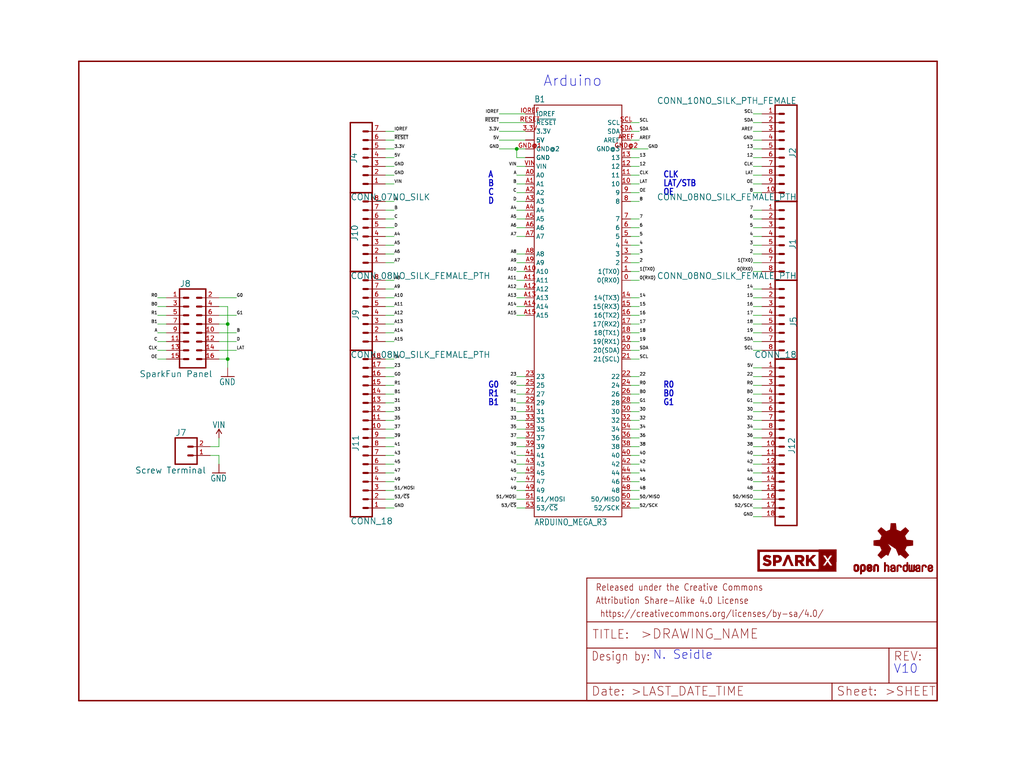
<source format=kicad_sch>
(kicad_sch (version 20211123) (generator eeschema)
  (paper "User" 297.002 223.926)
  (lib_symbols
    (symbol "eagleSchem-eagle-import:ARDUINO_MEGA_R3FULL"
      (property "Reference" "B" (at -12.7 56.642 0))
      (property "Value" "ARDUINO_MEGA_R3FULL" (at -12.7 -66.04 0))
      (symbol "ARDUINO_MEGA_R3FULL_1_0"
        (pin bidirectional line (at 15.24 5.08 180) (length 2.54) (name "0(RX0)") (number "0"))
        (pin bidirectional line (at 15.24 7.62 180) (length 2.54) (name "1(TX0)") (number "1"))
        (pin bidirectional line (at 15.24 33.02 180) (length 2.54) (name "10") (number "10"))
        (pin bidirectional line (at 15.24 35.56 180) (length 2.54) (name "11") (number "11"))
        (pin bidirectional line (at 15.24 38.1 180) (length 2.54) (name "12") (number "12"))
        (pin bidirectional line (at 15.24 40.64 180) (length 2.54) (name "13") (number "13"))
        (pin bidirectional line (at 15.24 0 180) (length 2.54) (name "14(TX3)") (number "14"))
        (pin bidirectional line (at 15.24 -2.54 180) (length 2.54) (name "15(RX3)") (number "15"))
        (pin bidirectional line (at 15.24 -5.08 180) (length 2.54) (name "16(TX2)") (number "16"))
        (pin bidirectional line (at 15.24 -7.62 180) (length 2.54) (name "17(RX2)") (number "17"))
        (pin bidirectional line (at 15.24 -10.16 180) (length 2.54) (name "18(TX1)") (number "18"))
        (pin bidirectional line (at 15.24 -12.7 180) (length 2.54) (name "19(RX1)") (number "19"))
        (pin bidirectional line (at 15.24 10.16 180) (length 2.54) (name "2") (number "2"))
        (pin bidirectional line (at 15.24 -15.24 180) (length 2.54) (name "20(SDA)") (number "20"))
        (pin bidirectional line (at 15.24 -17.78 180) (length 2.54) (name "21(SCL)") (number "21"))
        (pin bidirectional line (at 15.24 -22.86 180) (length 2.54) (name "22") (number "22"))
        (pin bidirectional line (at -15.24 -22.86 0) (length 2.54) (name "23") (number "23"))
        (pin bidirectional line (at 15.24 -25.4 180) (length 2.54) (name "24") (number "24"))
        (pin bidirectional line (at -15.24 -25.4 0) (length 2.54) (name "25") (number "25"))
        (pin bidirectional line (at 15.24 -27.94 180) (length 2.54) (name "26") (number "26"))
        (pin bidirectional line (at -15.24 -27.94 0) (length 2.54) (name "27") (number "27"))
        (pin bidirectional line (at 15.24 -30.48 180) (length 2.54) (name "28") (number "28"))
        (pin bidirectional line (at -15.24 -30.48 0) (length 2.54) (name "29") (number "29"))
        (pin bidirectional line (at 15.24 12.7 180) (length 2.54) (name "3") (number "3"))
        (pin bidirectional line (at -15.24 48.26 0) (length 2.54) (name "3.3V") (number "3.3V"))
        (pin bidirectional line (at 15.24 -33.02 180) (length 2.54) (name "30") (number "30"))
        (pin bidirectional line (at -15.24 -33.02 0) (length 2.54) (name "31") (number "31"))
        (pin bidirectional line (at 15.24 -35.56 180) (length 2.54) (name "32") (number "32"))
        (pin bidirectional line (at -15.24 -35.56 0) (length 2.54) (name "33") (number "33"))
        (pin bidirectional line (at 15.24 -38.1 180) (length 2.54) (name "34") (number "34"))
        (pin bidirectional line (at -15.24 -38.1 0) (length 2.54) (name "35") (number "35"))
        (pin bidirectional line (at 15.24 -40.64 180) (length 2.54) (name "36") (number "36"))
        (pin bidirectional line (at -15.24 -40.64 0) (length 2.54) (name "37") (number "37"))
        (pin bidirectional line (at 15.24 -43.18 180) (length 2.54) (name "38") (number "38"))
        (pin bidirectional line (at -15.24 -43.18 0) (length 2.54) (name "39") (number "39"))
        (pin bidirectional line (at 15.24 15.24 180) (length 2.54) (name "4") (number "4"))
        (pin bidirectional line (at 15.24 -45.72 180) (length 2.54) (name "40") (number "40"))
        (pin bidirectional line (at -15.24 -45.72 0) (length 2.54) (name "41") (number "41"))
        (pin bidirectional line (at 15.24 -48.26 180) (length 2.54) (name "42") (number "42"))
        (pin bidirectional line (at -15.24 -48.26 0) (length 2.54) (name "43") (number "43"))
        (pin bidirectional line (at 15.24 -50.8 180) (length 2.54) (name "44") (number "44"))
        (pin bidirectional line (at -15.24 -50.8 0) (length 2.54) (name "45") (number "45"))
        (pin bidirectional line (at 15.24 -53.34 180) (length 2.54) (name "46") (number "46"))
        (pin bidirectional line (at -15.24 -53.34 0) (length 2.54) (name "47") (number "47"))
        (pin bidirectional line (at 15.24 -55.88 180) (length 2.54) (name "48") (number "48"))
        (pin bidirectional line (at -15.24 -55.88 0) (length 2.54) (name "49") (number "49"))
        (pin bidirectional line (at 15.24 17.78 180) (length 2.54) (name "5") (number "5"))
        (pin bidirectional line (at 15.24 -58.42 180) (length 2.54) (name "50/MISO") (number "50"))
        (pin bidirectional line (at -15.24 -58.42 0) (length 2.54) (name "51/MOSI") (number "51"))
        (pin bidirectional line (at 15.24 -60.96 180) (length 2.54) (name "52/SCK") (number "52"))
        (pin bidirectional line (at -15.24 -60.96 0) (length 2.54) (name "53/~{CS}") (number "53"))
        (pin bidirectional line (at -15.24 45.72 0) (length 2.54) (name "5V") (number "5V"))
        (pin bidirectional line (at -15.24 45.72 0) (length 2.54) (name "5V") (number "5V@1"))
        (pin bidirectional line (at -15.24 45.72 0) (length 2.54) (name "5V") (number "5V@2"))
        (pin bidirectional line (at 15.24 20.32 180) (length 2.54) (name "6") (number "6"))
        (pin bidirectional line (at 15.24 22.86 180) (length 2.54) (name "7") (number "7"))
        (pin bidirectional line (at 15.24 27.94 180) (length 2.54) (name "8") (number "8"))
        (pin bidirectional line (at 15.24 30.48 180) (length 2.54) (name "9") (number "9"))
        (pin bidirectional line (at -15.24 35.56 0) (length 2.54) (name "A0") (number "A0"))
        (pin bidirectional line (at -15.24 33.02 0) (length 2.54) (name "A1") (number "A1"))
        (pin bidirectional line (at -15.24 7.62 0) (length 2.54) (name "A10") (number "A10"))
        (pin bidirectional line (at -15.24 5.08 0) (length 2.54) (name "A11") (number "A11"))
        (pin bidirectional line (at -15.24 2.54 0) (length 2.54) (name "A12") (number "A12"))
        (pin bidirectional line (at -15.24 0 0) (length 2.54) (name "A13") (number "A13"))
        (pin bidirectional line (at -15.24 -2.54 0) (length 2.54) (name "A14") (number "A14"))
        (pin bidirectional line (at -15.24 -5.08 0) (length 2.54) (name "A15") (number "A15"))
        (pin bidirectional line (at -15.24 30.48 0) (length 2.54) (name "A2") (number "A2"))
        (pin bidirectional line (at -15.24 27.94 0) (length 2.54) (name "A3") (number "A3"))
        (pin bidirectional line (at -15.24 25.4 0) (length 2.54) (name "A4") (number "A4"))
        (pin bidirectional line (at -15.24 22.86 0) (length 2.54) (name "A5") (number "A5"))
        (pin bidirectional line (at -15.24 20.32 0) (length 2.54) (name "A6") (number "A6"))
        (pin bidirectional line (at -15.24 17.78 0) (length 2.54) (name "A7") (number "A7"))
        (pin bidirectional line (at -15.24 12.7 0) (length 2.54) (name "A8") (number "A8"))
        (pin bidirectional line (at -15.24 10.16 0) (length 2.54) (name "A9") (number "A9"))
        (pin bidirectional line (at 15.24 45.72 180) (length 2.54) (name "AREF") (number "AREF"))
        (pin bidirectional line (at -15.24 40.64 0) (length 2.54) (name "GND") (number "GND"))
        (pin bidirectional line (at -15.24 43.18 0) (length 2.54) (name "GND@2") (number "GND@1"))
        (pin bidirectional line (at 15.24 43.18 180) (length 2.54) (name "GND@3") (number "GND@2"))
        (pin bidirectional line (at -15.24 40.64 0) (length 2.54) (name "GND") (number "GND@3"))
        (pin bidirectional line (at -15.24 40.64 0) (length 2.54) (name "GND") (number "GND@4"))
        (pin bidirectional line (at -15.24 53.34 0) (length 2.54) (name "IOREF") (number "IOREF"))
        (pin bidirectional line (at -15.24 50.8 0) (length 2.54) (name "~{RESET}") (number "RESET"))
        (pin bidirectional line (at 15.24 50.8 180) (length 2.54) (name "SCL") (number "SCL"))
        (pin bidirectional line (at 15.24 48.26 180) (length 2.54) (name "SDA") (number "SDA"))
        (pin bidirectional line (at -15.24 38.1 0) (length 2.54) (name "VIN") (number "VIN"))
      )
    )
    (symbol "eagleSchem-eagle-import:CONN_025MM"
      (property "Reference" "J" (at -2.54 5.588 0))
      (property "Value" "CONN_025MM" (at -2.54 -4.826 0))
      (symbol "CONN_025MM_1_0"
        (pin passive line (at 7.62 0 180) (length 5.08) (name "1") (number "1"))
        (pin passive line (at 7.62 2.54 180) (length 5.08) (name "2") (number "2"))
      )
    )
    (symbol "eagleSchem-eagle-import:CONN_07NO_SILK"
      (property "Reference" "J" (at -5.08 13.208 0))
      (property "Value" "CONN_07NO_SILK" (at -5.08 -9.906 0))
      (symbol "CONN_07NO_SILK_1_0"
        (pin passive line (at 5.08 -5.08 180) (length 5.08) (name "1") (number "1"))
        (pin passive line (at 5.08 -2.54 180) (length 5.08) (name "2") (number "2"))
        (pin passive line (at 5.08 0 180) (length 5.08) (name "3") (number "3"))
        (pin passive line (at 5.08 2.54 180) (length 5.08) (name "4") (number "4"))
        (pin passive line (at 5.08 5.08 180) (length 5.08) (name "5") (number "5"))
        (pin passive line (at 5.08 7.62 180) (length 5.08) (name "6") (number "6"))
        (pin passive line (at 5.08 10.16 180) (length 5.08) (name "7") (number "7"))
      )
    )
    (symbol "eagleSchem-eagle-import:CONN_08NO_SILK_FEMALE_PTH"
      (property "Reference" "J" (at -5.08 13.208 0))
      (property "Value" "CONN_08NO_SILK_FEMALE_PTH" (at -5.08 -12.446 0))
      (symbol "CONN_08NO_SILK_FEMALE_PTH_1_0"
        (pin passive line (at 5.08 -7.62 180) (length 5.08) (name "1") (number "1"))
        (pin passive line (at 5.08 -5.08 180) (length 5.08) (name "2") (number "2"))
        (pin passive line (at 5.08 -2.54 180) (length 5.08) (name "3") (number "3"))
        (pin passive line (at 5.08 0 180) (length 5.08) (name "4") (number "4"))
        (pin passive line (at 5.08 2.54 180) (length 5.08) (name "5") (number "5"))
        (pin passive line (at 5.08 5.08 180) (length 5.08) (name "6") (number "6"))
        (pin passive line (at 5.08 7.62 180) (length 5.08) (name "7") (number "7"))
        (pin passive line (at 5.08 10.16 180) (length 5.08) (name "8") (number "8"))
      )
    )
    (symbol "eagleSchem-eagle-import:CONN_08X2_SHROUD"
      (property "Reference" "J" (at -3.81 13.208 0))
      (property "Value" "CONN_08X2_SHROUD" (at -3.81 -12.446 0))
      (symbol "CONN_08X2_SHROUD_1_0"
        (pin passive line (at -7.62 10.16 0) (length 5.08) (name "1") (number "1"))
        (pin passive line (at 7.62 0 180) (length 5.08) (name "10") (number "10"))
        (pin passive line (at -7.62 -2.54 0) (length 5.08) (name "11") (number "11"))
        (pin passive line (at 7.62 -2.54 180) (length 5.08) (name "12") (number "12"))
        (pin passive line (at -7.62 -5.08 0) (length 5.08) (name "13") (number "13"))
        (pin passive line (at 7.62 -5.08 180) (length 5.08) (name "14") (number "14"))
        (pin passive line (at -7.62 -7.62 0) (length 5.08) (name "15") (number "15"))
        (pin passive line (at 7.62 -7.62 180) (length 5.08) (name "16") (number "16"))
        (pin passive line (at 7.62 10.16 180) (length 5.08) (name "2") (number "2"))
        (pin passive line (at -7.62 7.62 0) (length 5.08) (name "3") (number "3"))
        (pin passive line (at 7.62 7.62 180) (length 5.08) (name "4") (number "4"))
        (pin passive line (at -7.62 5.08 0) (length 5.08) (name "5") (number "5"))
        (pin passive line (at 7.62 5.08 180) (length 5.08) (name "6") (number "6"))
        (pin passive line (at -7.62 2.54 0) (length 5.08) (name "7") (number "7"))
        (pin passive line (at 7.62 2.54 180) (length 5.08) (name "8") (number "8"))
        (pin passive line (at -7.62 0 0) (length 5.08) (name "9") (number "9"))
      )
    )
    (symbol "eagleSchem-eagle-import:CONN_10NO_SILK_PTH_FEMALE"
      (property "Reference" "J" (at 0 8.128 0))
      (property "Value" "CONN_10NO_SILK_PTH_FEMALE" (at 0 -22.606 0))
      (symbol "CONN_10NO_SILK_PTH_FEMALE_1_0"
        (pin passive line (at 10.16 -17.78 180) (length 5.08) (name "1") (number "1"))
        (pin passive line (at 10.16 5.08 180) (length 5.08) (name "10") (number "10"))
        (pin passive line (at 10.16 -15.24 180) (length 5.08) (name "2") (number "2"))
        (pin passive line (at 10.16 -12.7 180) (length 5.08) (name "3") (number "3"))
        (pin passive line (at 10.16 -10.16 180) (length 5.08) (name "4") (number "4"))
        (pin passive line (at 10.16 -7.62 180) (length 5.08) (name "5") (number "5"))
        (pin passive line (at 10.16 -5.08 180) (length 5.08) (name "6") (number "6"))
        (pin passive line (at 10.16 -2.54 180) (length 5.08) (name "7") (number "7"))
        (pin passive line (at 10.16 0 180) (length 5.08) (name "8") (number "8"))
        (pin passive line (at 10.16 2.54 180) (length 5.08) (name "9") (number "9"))
      )
    )
    (symbol "eagleSchem-eagle-import:CONN_18"
      (property "Reference" "J" (at -2.54 23.368 0))
      (property "Value" "CONN_18" (at -2.54 -27.686 0))
      (symbol "CONN_18_1_0"
        (pin passive line (at 7.62 -22.86 180) (length 5.08) (name "1") (number "1"))
        (pin passive line (at 7.62 0 180) (length 5.08) (name "10") (number "10"))
        (pin passive line (at 7.62 2.54 180) (length 5.08) (name "11") (number "11"))
        (pin passive line (at 7.62 5.08 180) (length 5.08) (name "12") (number "12"))
        (pin passive line (at 7.62 7.62 180) (length 5.08) (name "13") (number "13"))
        (pin passive line (at 7.62 10.16 180) (length 5.08) (name "14") (number "14"))
        (pin passive line (at 7.62 12.7 180) (length 5.08) (name "15") (number "15"))
        (pin passive line (at 7.62 15.24 180) (length 5.08) (name "16") (number "16"))
        (pin passive line (at 7.62 17.78 180) (length 5.08) (name "17") (number "17"))
        (pin passive line (at 7.62 20.32 180) (length 5.08) (name "18") (number "18"))
        (pin passive line (at 7.62 -20.32 180) (length 5.08) (name "2") (number "2"))
        (pin passive line (at 7.62 -17.78 180) (length 5.08) (name "3") (number "3"))
        (pin passive line (at 7.62 -15.24 180) (length 5.08) (name "4") (number "4"))
        (pin passive line (at 7.62 -12.7 180) (length 5.08) (name "5") (number "5"))
        (pin passive line (at 7.62 -10.16 180) (length 5.08) (name "6") (number "6"))
        (pin passive line (at 7.62 -7.62 180) (length 5.08) (name "7") (number "7"))
        (pin passive line (at 7.62 -5.08 180) (length 5.08) (name "8") (number "8"))
        (pin passive line (at 7.62 -2.54 180) (length 5.08) (name "9") (number "9"))
      )
    )
    (symbol "eagleSchem-eagle-import:FRAME-LETTER"
      (symbol "FRAME-LETTER_2_0"
        (text " https://creativecommons.org/licenses/by-sa/4.0/" (at 2.54 24.13 0) (effects (font (size 1.9304 1.6408)) (justify left bottom)))
        (text ">DRAWING_NAME" (at 15.494 17.78 0) (effects (font (size 2.7432 2.7432)) (justify left bottom)))
        (text ">LAST_DATE_TIME" (at 12.7 1.27 0) (effects (font (size 2.54 2.54)) (justify left bottom)))
        (text ">SHEET" (at 86.36 1.27 0) (effects (font (size 2.54 2.54)) (justify left bottom)))
        (text "Attribution Share-Alike 4.0 License" (at 2.54 27.94 0) (effects (font (size 1.9304 1.6408)) (justify left bottom)))
        (text "Date:" (at 1.27 1.27 0) (effects (font (size 2.54 2.54)) (justify left bottom)))
        (text "Design by:" (at 1.27 11.43 0) (effects (font (size 2.54 2.159)) (justify left bottom)))
        (text "Released under the Creative Commons" (at 2.54 31.75 0) (effects (font (size 1.9304 1.6408)) (justify left bottom)))
        (text "REV:" (at 88.9 11.43 0) (effects (font (size 2.54 2.54)) (justify left bottom)))
        (text "Sheet:" (at 72.39 1.27 0) (effects (font (size 2.54 2.54)) (justify left bottom)))
        (text "TITLE:" (at 1.524 17.78 0) (effects (font (size 2.54 2.54)) (justify left bottom)))
      )
    )
    (symbol "eagleSchem-eagle-import:GND" (power)
      (property "Value" "GND" (at -2.54 -2.54 0))
      (symbol "GND_1_0"
        (pin power_in line (at 0 2.54 270) (length 2.54) (name "GND") (number "1"))
      )
    )
    (symbol "eagleSchem-eagle-import:OSHW-LOGOMINI")
    (symbol "eagleSchem-eagle-import:SPARKX-LOGO4")
    (symbol "eagleSchem-eagle-import:VIN" (power)
      (property "Value" "VIN" (at 0 2.794 0))
      (symbol "VIN_1_0"
        (pin power_in line (at 0 0 90) (length 2.54) (name "VIN") (number "1"))
      )
    )
  )
  (junction (at 66.04 93.98))
  (junction (at 149.86 43.18))
  (junction (at 66.04 104.14))
  (wire (pts (xy 152.4 43.18) (xy 149.86 43.18)))
  (wire (pts (xy 111.76 73.66) (xy 114.3 73.66)))
  (wire (pts (xy 152.4 50.8) (xy 149.86 50.8)))
  (wire (pts (xy 220.98 91.44) (xy 218.44 91.44)))
  (wire (pts (xy 111.76 68.58) (xy 114.3 68.58)))
  (wire (pts (xy 182.88 38.1) (xy 185.42 38.1)))
  (wire (pts (xy 220.98 35.56) (xy 218.44 35.56)))
  (wire (pts (xy 111.76 104.14) (xy 114.3 104.14)))
  (wire (pts (xy 152.4 142.24) (xy 149.86 142.24)))
  (wire (pts (xy 182.88 45.72) (xy 185.42 45.72)))
  (wire (pts (xy 111.76 48.26) (xy 114.3 48.26)))
  (wire (pts (xy 182.88 144.78) (xy 185.42 144.78)))
  (wire (pts (xy 63.5 104.14) (xy 66.04 104.14)))
  (wire (pts (xy 63.5 93.98) (xy 66.04 93.98)))
  (wire (pts (xy 182.88 55.88) (xy 185.42 55.88)))
  (wire (pts (xy 182.88 48.26) (xy 185.42 48.26)))
  (wire (pts (xy 152.4 55.88) (xy 149.86 55.88)))
  (wire (pts (xy 182.88 78.74) (xy 185.42 78.74)))
  (wire (pts (xy 111.76 127) (xy 114.3 127)))
  (wire (pts (xy 152.4 48.26) (xy 149.86 48.26)))
  (wire (pts (xy 220.98 147.32) (xy 218.44 147.32)))
  (wire (pts (xy 182.88 114.3) (xy 185.42 114.3)))
  (wire (pts (xy 111.76 134.62) (xy 114.3 134.62)))
  (wire (pts (xy 220.98 88.9) (xy 218.44 88.9)))
  (wire (pts (xy 111.76 43.18) (xy 114.3 43.18)))
  (wire (pts (xy 111.76 91.44) (xy 114.3 91.44)))
  (wire (pts (xy 152.4 83.82) (xy 149.86 83.82)))
  (wire (pts (xy 111.76 88.9) (xy 114.3 88.9)))
  (wire (pts (xy 182.88 127) (xy 185.42 127)))
  (wire (pts (xy 220.98 76.2) (xy 218.44 76.2)))
  (wire (pts (xy 220.98 109.22) (xy 218.44 109.22)))
  (wire (pts (xy 152.4 109.22) (xy 149.86 109.22)))
  (wire (pts (xy 111.76 86.36) (xy 114.3 86.36)))
  (wire (pts (xy 220.98 68.58) (xy 218.44 68.58)))
  (wire (pts (xy 63.5 96.52) (xy 68.58 96.52)))
  (wire (pts (xy 111.76 45.72) (xy 114.3 45.72)))
  (wire (pts (xy 111.76 121.92) (xy 114.3 121.92)))
  (wire (pts (xy 48.26 99.06) (xy 45.72 99.06)))
  (wire (pts (xy 152.4 127) (xy 149.86 127)))
  (wire (pts (xy 63.5 88.9) (xy 66.04 88.9)))
  (wire (pts (xy 182.88 119.38) (xy 185.42 119.38)))
  (wire (pts (xy 182.88 99.06) (xy 185.42 99.06)))
  (wire (pts (xy 182.88 58.42) (xy 185.42 58.42)))
  (wire (pts (xy 220.98 83.82) (xy 218.44 83.82)))
  (wire (pts (xy 220.98 119.38) (xy 218.44 119.38)))
  (wire (pts (xy 111.76 63.5) (xy 114.3 63.5)))
  (wire (pts (xy 220.98 48.26) (xy 218.44 48.26)))
  (wire (pts (xy 111.76 144.78) (xy 114.3 144.78)))
  (wire (pts (xy 63.5 101.6) (xy 68.58 101.6)))
  (wire (pts (xy 182.88 73.66) (xy 185.42 73.66)))
  (wire (pts (xy 220.98 111.76) (xy 218.44 111.76)))
  (wire (pts (xy 182.88 66.04) (xy 185.42 66.04)))
  (wire (pts (xy 111.76 124.46) (xy 114.3 124.46)))
  (wire (pts (xy 111.76 137.16) (xy 114.3 137.16)))
  (wire (pts (xy 152.4 116.84) (xy 149.86 116.84)))
  (wire (pts (xy 48.26 86.36) (xy 45.72 86.36)))
  (wire (pts (xy 48.26 93.98) (xy 45.72 93.98)))
  (wire (pts (xy 111.76 53.34) (xy 114.3 53.34)))
  (wire (pts (xy 182.88 63.5) (xy 185.42 63.5)))
  (wire (pts (xy 63.5 86.36) (xy 68.58 86.36)))
  (wire (pts (xy 220.98 55.88) (xy 218.44 55.88)))
  (wire (pts (xy 111.76 83.82) (xy 114.3 83.82)))
  (wire (pts (xy 66.04 93.98) (xy 66.04 104.14)))
  (wire (pts (xy 152.4 45.72) (xy 149.86 45.72)))
  (wire (pts (xy 149.86 45.72) (xy 149.86 43.18)))
  (wire (pts (xy 63.5 91.44) (xy 68.58 91.44)))
  (wire (pts (xy 220.98 78.74) (xy 218.44 78.74)))
  (wire (pts (xy 182.88 129.54) (xy 185.42 129.54)))
  (wire (pts (xy 182.88 40.64) (xy 185.42 40.64)))
  (wire (pts (xy 111.76 109.22) (xy 114.3 109.22)))
  (wire (pts (xy 182.88 124.46) (xy 185.42 124.46)))
  (wire (pts (xy 220.98 38.1) (xy 218.44 38.1)))
  (wire (pts (xy 220.98 99.06) (xy 218.44 99.06)))
  (wire (pts (xy 220.98 121.92) (xy 218.44 121.92)))
  (wire (pts (xy 111.76 114.3) (xy 114.3 114.3)))
  (wire (pts (xy 220.98 134.62) (xy 218.44 134.62)))
  (wire (pts (xy 182.88 43.18) (xy 187.96 43.18)))
  (wire (pts (xy 220.98 129.54) (xy 218.44 129.54)))
  (wire (pts (xy 152.4 66.04) (xy 149.86 66.04)))
  (wire (pts (xy 111.76 81.28) (xy 114.3 81.28)))
  (wire (pts (xy 182.88 35.56) (xy 185.42 35.56)))
  (wire (pts (xy 182.88 101.6) (xy 185.42 101.6)))
  (wire (pts (xy 220.98 137.16) (xy 218.44 137.16)))
  (wire (pts (xy 111.76 50.8) (xy 114.3 50.8)))
  (wire (pts (xy 220.98 149.86) (xy 218.44 149.86)))
  (wire (pts (xy 111.76 60.96) (xy 114.3 60.96)))
  (wire (pts (xy 220.98 139.7) (xy 218.44 139.7)))
  (wire (pts (xy 182.88 134.62) (xy 185.42 134.62)))
  (wire (pts (xy 220.98 45.72) (xy 218.44 45.72)))
  (wire (pts (xy 152.4 60.96) (xy 149.86 60.96)))
  (wire (pts (xy 48.26 91.44) (xy 45.72 91.44)))
  (wire (pts (xy 220.98 86.36) (xy 218.44 86.36)))
  (wire (pts (xy 182.88 142.24) (xy 185.42 142.24)))
  (wire (pts (xy 152.4 88.9) (xy 149.86 88.9)))
  (wire (pts (xy 152.4 33.02) (xy 144.78 33.02)))
  (wire (pts (xy 149.86 43.18) (xy 144.78 43.18)))
  (wire (pts (xy 182.88 132.08) (xy 185.42 132.08)))
  (wire (pts (xy 220.98 63.5) (xy 218.44 63.5)))
  (wire (pts (xy 220.98 132.08) (xy 218.44 132.08)))
  (wire (pts (xy 220.98 116.84) (xy 218.44 116.84)))
  (wire (pts (xy 111.76 76.2) (xy 114.3 76.2)))
  (wire (pts (xy 220.98 73.66) (xy 218.44 73.66)))
  (wire (pts (xy 152.4 119.38) (xy 149.86 119.38)))
  (wire (pts (xy 111.76 147.32) (xy 114.3 147.32)))
  (wire (pts (xy 220.98 106.68) (xy 218.44 106.68)))
  (wire (pts (xy 152.4 111.76) (xy 149.86 111.76)))
  (wire (pts (xy 111.76 129.54) (xy 114.3 129.54)))
  (wire (pts (xy 152.4 137.16) (xy 149.86 137.16)))
  (wire (pts (xy 152.4 58.42) (xy 149.86 58.42)))
  (wire (pts (xy 182.88 91.44) (xy 185.42 91.44)))
  (wire (pts (xy 220.98 96.52) (xy 218.44 96.52)))
  (wire (pts (xy 220.98 50.8) (xy 218.44 50.8)))
  (wire (pts (xy 152.4 86.36) (xy 149.86 86.36)))
  (wire (pts (xy 152.4 78.74) (xy 149.86 78.74)))
  (wire (pts (xy 220.98 101.6) (xy 218.44 101.6)))
  (wire (pts (xy 111.76 139.7) (xy 114.3 139.7)))
  (wire (pts (xy 111.76 119.38) (xy 114.3 119.38)))
  (wire (pts (xy 182.88 76.2) (xy 185.42 76.2)))
  (wire (pts (xy 152.4 132.08) (xy 149.86 132.08)))
  (wire (pts (xy 111.76 71.12) (xy 114.3 71.12)))
  (wire (pts (xy 152.4 144.78) (xy 149.86 144.78)))
  (wire (pts (xy 182.88 139.7) (xy 185.42 139.7)))
  (wire (pts (xy 182.88 121.92) (xy 185.42 121.92)))
  (wire (pts (xy 111.76 40.64) (xy 114.3 40.64)))
  (wire (pts (xy 182.88 88.9) (xy 185.42 88.9)))
  (wire (pts (xy 182.88 68.58) (xy 185.42 68.58)))
  (wire (pts (xy 152.4 35.56) (xy 144.78 35.56)))
  (wire (pts (xy 220.98 127) (xy 218.44 127)))
  (wire (pts (xy 152.4 91.44) (xy 149.86 91.44)))
  (wire (pts (xy 182.88 109.22) (xy 185.42 109.22)))
  (wire (pts (xy 182.88 147.32) (xy 185.42 147.32)))
  (wire (pts (xy 152.4 76.2) (xy 149.86 76.2)))
  (wire (pts (xy 63.5 132.08) (xy 63.5 134.62)))
  (wire (pts (xy 152.4 139.7) (xy 149.86 139.7)))
  (wire (pts (xy 152.4 73.66) (xy 149.86 73.66)))
  (wire (pts (xy 111.76 106.68) (xy 114.3 106.68)))
  (wire (pts (xy 220.98 66.04) (xy 218.44 66.04)))
  (wire (pts (xy 66.04 104.14) (xy 66.04 106.68)))
  (wire (pts (xy 182.88 111.76) (xy 185.42 111.76)))
  (wire (pts (xy 152.4 53.34) (xy 149.86 53.34)))
  (wire (pts (xy 220.98 33.02) (xy 218.44 33.02)))
  (wire (pts (xy 63.5 129.54) (xy 63.5 127)))
  (wire (pts (xy 182.88 53.34) (xy 185.42 53.34)))
  (wire (pts (xy 111.76 93.98) (xy 114.3 93.98)))
  (wire (pts (xy 63.5 99.06) (xy 68.58 99.06)))
  (wire (pts (xy 220.98 60.96) (xy 218.44 60.96)))
  (wire (pts (xy 182.88 93.98) (xy 185.42 93.98)))
  (wire (pts (xy 48.26 104.14) (xy 45.72 104.14)))
  (wire (pts (xy 111.76 111.76) (xy 114.3 111.76)))
  (wire (pts (xy 152.4 81.28) (xy 149.86 81.28)))
  (wire (pts (xy 60.96 129.54) (xy 63.5 129.54)))
  (wire (pts (xy 111.76 38.1) (xy 114.3 38.1)))
  (wire (pts (xy 48.26 88.9) (xy 45.72 88.9)))
  (wire (pts (xy 152.4 134.62) (xy 149.86 134.62)))
  (wire (pts (xy 111.76 99.06) (xy 114.3 99.06)))
  (wire (pts (xy 220.98 53.34) (xy 218.44 53.34)))
  (wire (pts (xy 48.26 96.52) (xy 45.72 96.52)))
  (wire (pts (xy 220.98 142.24) (xy 218.44 142.24)))
  (wire (pts (xy 220.98 144.78) (xy 218.44 144.78)))
  (wire (pts (xy 182.88 50.8) (xy 185.42 50.8)))
  (wire (pts (xy 111.76 116.84) (xy 114.3 116.84)))
  (wire (pts (xy 182.88 96.52) (xy 185.42 96.52)))
  (wire (pts (xy 152.4 124.46) (xy 149.86 124.46)))
  (wire (pts (xy 220.98 114.3) (xy 218.44 114.3)))
  (wire (pts (xy 220.98 43.18) (xy 218.44 43.18)))
  (wire (pts (xy 152.4 147.32) (xy 149.86 147.32)))
  (wire (pts (xy 152.4 38.1) (xy 144.78 38.1)))
  (wire (pts (xy 111.76 96.52) (xy 114.3 96.52)))
  (wire (pts (xy 220.98 124.46) (xy 218.44 124.46)))
  (wire (pts (xy 182.88 81.28) (xy 185.42 81.28)))
  (wire (pts (xy 152.4 121.92) (xy 149.86 121.92)))
  (wire (pts (xy 152.4 63.5) (xy 149.86 63.5)))
  (wire (pts (xy 60.96 132.08) (xy 63.5 132.08)))
  (wire (pts (xy 152.4 68.58) (xy 149.86 68.58)))
  (wire (pts (xy 220.98 93.98) (xy 218.44 93.98)))
  (wire (pts (xy 182.88 104.14) (xy 185.42 104.14)))
  (wire (pts (xy 152.4 129.54) (xy 149.86 129.54)))
  (wire (pts (xy 182.88 116.84) (xy 185.42 116.84)))
  (wire (pts (xy 111.76 132.08) (xy 114.3 132.08)))
  (wire (pts (xy 111.76 66.04) (xy 114.3 66.04)))
  (wire (pts (xy 48.26 101.6) (xy 45.72 101.6)))
  (wire (pts (xy 152.4 114.3) (xy 149.86 114.3)))
  (wire (pts (xy 111.76 58.42) (xy 114.3 58.42)))
  (wire (pts (xy 66.04 88.9) (xy 66.04 93.98)))
  (wire (pts (xy 111.76 142.24) (xy 114.3 142.24)))
  (wire (pts (xy 182.88 86.36) (xy 185.42 86.36)))
  (wire (pts (xy 220.98 40.64) (xy 218.44 40.64)))
  (wire (pts (xy 220.98 71.12) (xy 218.44 71.12)))
  (wire (pts (xy 182.88 137.16) (xy 185.42 137.16)))
  (wire (pts (xy 182.88 71.12) (xy 185.42 71.12)))
  (wire (pts (xy 152.4 40.64) (xy 144.78 40.64)))
  (text "B0" (at 192.278 115.316 180) (effects (font (size 1.778 1.5113) (thickness 0.3023) bold) (justify left bottom)))
  (text "V10" (at 259.08 195.58 180) (effects (font (size 2.54 2.54)) (justify left bottom)))
  (text "A" (at 141.478 51.816 180) (effects (font (size 1.778 1.5113) (thickness 0.3023) bold) (justify left bottom)))
  (text "B" (at 141.478 54.356 180) (effects (font (size 1.778 1.5113) (thickness 0.3023) bold) (justify left bottom)))
  (text "G1" (at 192.278 117.856 180) (effects (font (size 1.778 1.5113) (thickness 0.3023) bold) (justify left bottom)))
  (text "Arduino" (at 157.48 25.4 180) (effects (font (size 3.048 3.048)) (justify left bottom)))
  (text "R0" (at 192.278 112.776 180) (effects (font (size 1.778 1.5113) (thickness 0.3023) bold) (justify left bottom)))
  (text "LAT/STB" (at 192.278 54.356 180) (effects (font (size 1.778 1.5113) (thickness 0.3023) bold) (justify left bottom)))
  (text "R1" (at 141.478 115.316 180) (effects (font (size 1.778 1.5113) (thickness 0.3023) bold) (justify left bottom)))
  (text "OE" (at 192.278 56.896 180) (effects (font (size 1.778 1.5113) (thickness 0.3023) bold) (justify left bottom)))
  (text "N. Seidle" (at 189.23 191.516 180) (effects (font (size 2.54 2.54)) (justify left bottom)))
  (text "D" (at 141.478 59.436 180) (effects (font (size 1.778 1.5113) (thickness 0.3023) bold) (justify left bottom)))
  (text "G0" (at 141.478 112.776 180) (effects (font (size 1.778 1.5113) (thickness 0.3023) bold) (justify left bottom)))
  (text "CLK" (at 192.278 51.816 180) (effects (font (size 1.778 1.5113) (thickness 0.3023) bold) (justify left bottom)))
  (text "C" (at 141.478 56.896 180) (effects (font (size 1.778 1.5113) (thickness 0.3023) bold) (justify left bottom)))
  (text "B1" (at 141.478 117.856 180) (effects (font (size 1.778 1.5113) (thickness 0.3023) bold) (justify left bottom)))
  (label "51/MOSI" (at 114.3 142.24 0) (effects (font (size 0.889 0.889))))
  (label "49" (at 114.3 139.7 0) (effects (font (size 0.889 0.889))))
  (label "15" (at 185.42 88.9 0) (effects (font (size 0.889 0.889))))
  (label "35" (at 114.3 121.92 0) (effects (font (size 0.889 0.889))))
  (label "44" (at 185.42 137.16 0) (effects (font (size 0.889 0.889))))
  (label "C" (at 114.3 63.5 0) (effects (font (size 0.889 0.889))))
  (label "~{RESET}" (at 144.78 35.56 180) (effects (font (size 0.889 0.889))))
  (label "14" (at 185.42 86.36 0) (effects (font (size 0.889 0.889))))
  (label "A" (at 45.72 96.52 180) (effects (font (size 0.889 0.889))))
  (label "36" (at 218.44 127 180) (effects (font (size 0.889 0.889))))
  (label "R1" (at 45.72 91.44 180) (effects (font (size 0.889 0.889))))
  (label "A9" (at 149.86 76.2 180) (effects (font (size 0.889 0.889))))
  (label "A6" (at 149.86 66.04 180) (effects (font (size 0.889 0.889))))
  (label "A11" (at 149.86 81.28 180) (effects (font (size 0.889 0.889))))
  (label "R0" (at 185.42 111.76 0) (effects (font (size 0.889 0.889))))
  (label "42" (at 185.42 134.62 0) (effects (font (size 0.889 0.889))))
  (label "45" (at 114.3 134.62 0) (effects (font (size 0.889 0.889))))
  (label "B" (at 114.3 60.96 0) (effects (font (size 0.889 0.889))))
  (label "46" (at 185.42 139.7 0) (effects (font (size 0.889 0.889))))
  (label "16" (at 185.42 91.44 0) (effects (font (size 0.889 0.889))))
  (label "B0" (at 185.42 114.3 0) (effects (font (size 0.889 0.889))))
  (label "GND" (at 114.3 147.32 0) (effects (font (size 0.889 0.889))))
  (label "A4" (at 149.86 60.96 180) (effects (font (size 0.889 0.889))))
  (label "37" (at 149.86 127 180) (effects (font (size 0.889 0.889))))
  (label "42" (at 218.44 134.62 180) (effects (font (size 0.889 0.889))))
  (label "5V" (at 114.3 45.72 0) (effects (font (size 0.889 0.889))))
  (label "OE" (at 218.44 53.34 180) (effects (font (size 0.889 0.889))))
  (label "14" (at 218.44 83.82 180) (effects (font (size 0.889 0.889))))
  (label "G0" (at 68.58 86.36 0) (effects (font (size 0.889 0.889))))
  (label "4" (at 185.42 71.12 0) (effects (font (size 0.889 0.889))))
  (label "31" (at 149.86 119.38 180) (effects (font (size 0.889 0.889))))
  (label "7" (at 185.42 63.5 0) (effects (font (size 0.889 0.889))))
  (label "41" (at 114.3 129.54 0) (effects (font (size 0.889 0.889))))
  (label "GND" (at 187.96 43.18 0) (effects (font (size 0.889 0.889))))
  (label "12" (at 185.42 48.26 0) (effects (font (size 0.889 0.889))))
  (label "OE" (at 45.72 104.14 180) (effects (font (size 0.889 0.889))))
  (label "SDA" (at 185.42 38.1 0) (effects (font (size 0.889 0.889))))
  (label "A13" (at 149.86 86.36 180) (effects (font (size 0.889 0.889))))
  (label "23" (at 114.3 106.68 0) (effects (font (size 0.889 0.889))))
  (label "47" (at 114.3 137.16 0) (effects (font (size 0.889 0.889))))
  (label "CLK" (at 45.72 101.6 180) (effects (font (size 0.889 0.889))))
  (label "8" (at 218.44 55.88 180) (effects (font (size 0.889 0.889))))
  (label "5" (at 218.44 66.04 180) (effects (font (size 0.889 0.889))))
  (label "34" (at 218.44 124.46 180) (effects (font (size 0.889 0.889))))
  (label "R0" (at 218.44 111.76 180) (effects (font (size 0.889 0.889))))
  (label "LAT" (at 218.44 50.8 180) (effects (font (size 0.889 0.889))))
  (label "6" (at 218.44 63.5 180) (effects (font (size 0.889 0.889))))
  (label "A15" (at 114.3 99.06 0) (effects (font (size 0.889 0.889))))
  (label "IOREF" (at 114.3 38.1 0) (effects (font (size 0.889 0.889))))
  (label "A15" (at 149.86 91.44 180) (effects (font (size 0.889 0.889))))
  (label "SDA" (at 185.42 101.6 0) (effects (font (size 0.889 0.889))))
  (label "37" (at 114.3 124.46 0) (effects (font (size 0.889 0.889))))
  (label "SCL" (at 218.44 101.6 180) (effects (font (size 0.889 0.889))))
  (label "22" (at 185.42 109.22 0) (effects (font (size 0.889 0.889))))
  (label "D" (at 68.58 99.06 0) (effects (font (size 0.889 0.889))))
  (label "13" (at 218.44 43.18 180) (effects (font (size 0.889 0.889))))
  (label "2" (at 185.42 76.2 0) (effects (font (size 0.889 0.889))))
  (label "30" (at 218.44 119.38 180) (effects (font (size 0.889 0.889))))
  (label "A11" (at 114.3 88.9 0) (effects (font (size 0.889 0.889))))
  (label "41" (at 149.86 132.08 180) (effects (font (size 0.889 0.889))))
  (label "SDA" (at 218.44 99.06 180) (effects (font (size 0.889 0.889))))
  (label "A8" (at 114.3 81.28 0) (effects (font (size 0.889 0.889))))
  (label "B0" (at 218.44 114.3 180) (effects (font (size 0.889 0.889))))
  (label "45" (at 149.86 137.16 180) (effects (font (size 0.889 0.889))))
  (label "13" (at 185.42 45.72 0) (effects (font (size 0.889 0.889))))
  (label "3" (at 185.42 73.66 0) (effects (font (size 0.889 0.889))))
  (label "A" (at 149.86 50.8 180) (effects (font (size 0.889 0.889))))
  (label "G0" (at 114.3 109.22 0) (effects (font (size 0.889 0.889))))
  (label "31" (at 114.3 116.84 0) (effects (font (size 0.889 0.889))))
  (label "A7" (at 149.86 68.58 180) (effects (font (size 0.889 0.889))))
  (label "23" (at 149.86 109.22 180) (effects (font (size 0.889 0.889))))
  (label "1(TX0)" (at 218.44 76.2 180) (effects (font (size 0.889 0.889))))
  (label "SCL" (at 185.42 35.56 0) (effects (font (size 0.889 0.889))))
  (label "A8" (at 149.86 73.66 180) (effects (font (size 0.889 0.889))))
  (label "52/SCK" (at 185.42 147.32 0) (effects (font (size 0.889 0.889))))
  (label "A10" (at 114.3 86.36 0) (effects (font (size 0.889 0.889))))
  (label "33" (at 149.86 121.92 180) (effects (font (size 0.889 0.889))))
  (label "A4" (at 114.3 68.58 0) (effects (font (size 0.889 0.889))))
  (label "3.3V" (at 114.3 43.18 0) (effects (font (size 0.889 0.889))))
  (label "G1" (at 218.44 116.84 180) (effects (font (size 0.889 0.889))))
  (label "48" (at 185.42 142.24 0) (effects (font (size 0.889 0.889))))
  (label "GND" (at 114.3 50.8 0) (effects (font (size 0.889 0.889))))
  (label "A5" (at 114.3 71.12 0) (effects (font (size 0.889 0.889))))
  (label "AREF" (at 218.44 38.1 180) (effects (font (size 0.889 0.889))))
  (label "17" (at 185.42 93.98 0) (effects (font (size 0.889 0.889))))
  (label "B" (at 149.86 53.34 180) (effects (font (size 0.889 0.889))))
  (label "50/MISO" (at 185.42 144.78 0) (effects (font (size 0.889 0.889))))
  (label "LAT" (at 68.58 101.6 0) (effects (font (size 0.889 0.889))))
  (label "C" (at 45.72 99.06 180) (effects (font (size 0.889 0.889))))
  (label "32" (at 185.42 121.92 0) (effects (font (size 0.889 0.889))))
  (label "43" (at 114.3 132.08 0) (effects (font (size 0.889 0.889))))
  (label "18" (at 218.44 93.98 180) (effects (font (size 0.889 0.889))))
  (label "53/~{CS}" (at 149.86 147.32 180) (effects (font (size 0.889 0.889))))
  (label "38" (at 185.42 129.54 0) (effects (font (size 0.889 0.889))))
  (label "53/~{CS}" (at 114.3 144.78 0) (effects (font (size 0.889 0.889))))
  (label "A12" (at 149.86 83.82 180) (effects (font (size 0.889 0.889))))
  (label "B1" (at 149.86 116.84 180) (effects (font (size 0.889 0.889))))
  (label "38" (at 218.44 129.54 180) (effects (font (size 0.889 0.889))))
  (label "5V" (at 218.44 106.68 180) (effects (font (size 0.889 0.889))))
  (label "SDA" (at 218.44 35.56 180) (effects (font (size 0.889 0.889))))
  (label "8" (at 185.42 58.42 0) (effects (font (size 0.889 0.889))))
  (label "22" (at 218.44 109.22 180) (effects (font (size 0.889 0.889))))
  (label "R1" (at 149.86 114.3 180) (effects (font (size 0.889 0.889))))
  (label "OE" (at 185.42 55.88 0) (effects (font (size 0.889 0.889))))
  (label "30" (at 185.42 119.38 0) (effects (font (size 0.889 0.889))))
  (label "50/MISO" (at 218.44 144.78 180) (effects (font (size 0.889 0.889))))
  (label "0(RX0)" (at 185.42 81.28 0) (effects (font (size 0.889 0.889))))
  (label "36" (at 185.42 127 0) (effects (font (size 0.889 0.889))))
  (label "39" (at 114.3 127 0) (effects (font (size 0.889 0.889))))
  (label "A14" (at 149.86 88.9 180) (effects (font (size 0.889 0.889))))
  (label "5" (at 185.42 68.58 0) (effects (font (size 0.889 0.889))))
  (label "GND" (at 144.78 43.18 180) (effects (font (size 0.889 0.889))))
  (label "B0" (at 45.72 88.9 180) (effects (font (size 0.889 0.889))))
  (label "4" (at 218.44 68.58 180) (effects (font (size 0.889 0.889))))
  (label "GND" (at 218.44 40.64 180) (effects (font (size 0.889 0.889))))
  (label "G0" (at 149.86 111.76 180) (effects (font (size 0.889 0.889))))
  (label "5V" (at 114.3 104.14 0) (effects (font (size 0.889 0.889))))
  (label "2" (at 218.44 73.66 180) (effects (font (size 0.889 0.889))))
  (label "17" (at 218.44 91.44 180) (effects (font (size 0.889 0.889))))
  (label "35" (at 149.86 124.46 180) (effects (font (size 0.889 0.889))))
  (label "12" (at 218.44 45.72 180) (effects (font (size 0.889 0.889))))
  (label "LAT" (at 185.42 53.34 0) (effects (font (size 0.889 0.889))))
  (label "46" (at 218.44 139.7 180) (effects (font (size 0.889 0.889))))
  (label "R1" (at 114.3 111.76 0) (effects (font (size 0.889 0.889))))
  (label "AREF" (at 185.42 40.64 0) (effects (font (size 0.889 0.889))))
  (label "CLK" (at 218.44 48.26 180) (effects (font (size 0.889 0.889))))
  (label "B1" (at 45.72 93.98 180) (effects (font (size 0.889 0.889))))
  (label "A12" (at 114.3 91.44 0) (effects (font (size 0.889 0.889))))
  (label "C" (at 149.86 55.88 180) (effects (font (size 0.889 0.889))))
  (label "34" (at 185.42 124.46 0) (effects (font (size 0.889 0.889))))
  (label "1(TX0)" (at 185.42 78.74 0) (effects (font (size 0.889 0.889))))
  (label "5V" (at 144.78 40.64 180) (effects (font (size 0.889 0.889))))
  (label "15" (at 218.44 86.36 180) (effects (font (size 0.889 0.889))))
  (label "VIN" (at 114.3 53.34 0) (effects (font (size 0.889 0.889))))
  (label "49" (at 149.86 142.24 180) (effects (font (size 0.889 0.889))))
  (label "19" (at 218.44 96.52 180) (effects (font (size 0.889 0.889))))
  (label "3.3V" (at 144.78 38.1 180) (effects (font (size 0.889 0.889))))
  (label "3" (at 218.44 71.12 180) (effects (font (size 0.889 0.889))))
  (label "44" (at 218.44 137.16 180) (effects (font (size 0.889 0.889))))
  (label "40" (at 185.42 132.08 0) (effects (font (size 0.889 0.889))))
  (label "D" (at 114.3 66.04 0) (effects (font (size 0.889 0.889))))
  (label "~{RESET}" (at 114.3 40.64 0) (effects (font (size 0.889 0.889))))
  (label "19" (at 185.42 99.06 0) (effects (font (size 0.889 0.889))))
  (label "18" (at 185.42 96.52 0) (effects (font (size 0.889 0.889))))
  (label "48" (at 218.44 142.24 180) (effects (font (size 0.889 0.889))))
  (label "51/MOSI" (at 149.86 144.78 180) (effects (font (size 0.889 0.889))))
  (label "16" (at 218.44 88.9 180) (effects (font (size 0.889 0.889))))
  (label "R0" (at 45.72 86.36 180) (effects (font (size 0.889 0.889))))
  (label "G1" (at 68.58 91.44 0) (effects (font (size 0.889 0.889))))
  (label "B" (at 68.58 96.52 0) (effects (font (size 0.889 0.889))))
  (label "D" (at 149.86 58.42 180) (effects (font (size 0.889 0.889))))
  (label "SCL" (at 218.44 33.02 180) (effects (font (size 0.889 0.889))))
  (label "52/SCK" (at 218.44 147.32 180) (effects (font (size 0.889 0.889))))
  (label "39" (at 149.86 129.54 180) (effects (font (size 0.889 0.889))))
  (label "VIN" (at 149.86 48.26 180) (effects (font (size 0.889 0.889))))
  (label "33" (at 114.3 119.38 0) (effects (font (size 0.889 0.889))))
  (label "0(RX0)" (at 218.44 78.74 180) (effects (font (size 0.889 0.889))))
  (label "A7" (at 114.3 76.2 0) (effects (font (size 0.889 0.889))))
  (label "A13" (at 114.3 93.98 0) (effects (font (size 0.889 0.889))))
  (label "A14" (at 114.3 96.52 0) (effects (font (size 0.889 0.889))))
  (label "IOREF" (at 144.78 33.02 180) (effects (font (size 0.889 0.889))))
  (label "A6" (at 114.3 73.66 0) (effects (font (size 0.889 0.889))))
  (label "B1" (at 114.3 114.3 0) (effects (font (size 0.889 0.889))))
  (label "A5" (at 149.86 63.5 180) (effects (font (size 0.889 0.889))))
  (label "GND" (at 114.3 48.26 0) (effects (font (size 0.889 0.889))))
  (label "G1" (at 185.42 116.84 0) (effects (font (size 0.889 0.889))))
  (label "A" (at 114.3 58.42 0) (effects (font (size 0.889 0.889))))
  (label "A10" (at 149.86 78.74 180) (effects (font (size 0.889 0.889))))
  (label "SCL" (at 185.42 104.14 0) (effects (font (size 0.889 0.889))))
  (label "47" (at 149.86 139.7 180) (effects (font (size 0.889 0.889))))
  (label "GND" (at 218.44 149.86 180) (effects (font (size 0.889 0.889))))
  (label "43" (at 149.86 134.62 180) (effects (font (size 0.889 0.889))))
  (label "6" (at 185.42 66.04 0) (effects (font (size 0.889 0.889))))
  (label "A9" (at 114.3 83.82 0) (effects (font (size 0.889 0.889))))
  (label "40" (at 218.44 132.08 180) (effects (font (size 0.889 0.889))))
  (label "CLK" (at 185.42 50.8 0) (effects (font (size 0.889 0.889))))
  (label "32" (at 218.44 121.92 180) (effects (font (size 0.889 0.889))))
  (label "7" (at 218.44 60.96 180) (effects (font (size 0.889 0.889))))
  (symbol (lib_id "eagleSchem-eagle-import:CONN_18") (at 228.6 129.54 180) (unit 1)
    (property "Reference" "J12" (at 228.6 126.746 90) (effects (font (size 1.778 1.778)) (justify left bottom)))
    (property "Value" "CONN_18" (at 231.14 101.854 0) (effects (font (size 1.778 1.778)) (justify left bottom)))
    (property "Footprint" "eagleSchem:1X18_NO_SILK" (effects hide))
  )
  (symbol (lib_id "eagleSchem-eagle-import:CONN_10NO_SILK_PTH_FEMALE") (at 231.14 50.8 180) (unit 1)
    (property "Reference" "J2" (at 228.854 42.672 90) (effects (font (size 1.778 1.778)) (justify left bottom)))
    (property "Value" "CONN_10NO_SILK_PTH_FEMALE" (at 231.14 28.194 0) (effects (font (size 1.778 1.778)) (justify left bottom)))
    (property "Footprint" "eagleSchem:1X10_NO_SILK" (effects hide))
  )
  (symbol (lib_id "eagleSchem-eagle-import:OSHW-LOGOMINI") (at 259.08 157.48 0) (unit 1)
    (property "Reference" "LOGO1" (effects hide))
    (property "Value" "OSHW-LOGOMINI" (effects hide))
    (property "Footprint" "eagleSchem:OSHW-LOGO-MINI" (effects hide))
  )
  (symbol (lib_id "eagleSchem-eagle-import:FRAME-LETTER") (at 22.86 203.2 0) (unit 1)
    (property "Reference" "FRAME1" (effects hide))
    (property "Value" "FRAME-LETTER" (effects hide))
    (property "Footprint" "eagleSchem:CREATIVE_COMMONS" (effects hide))
  )
  (symbol (lib_id "eagleSchem-eagle-import:GND") (at 66.04 109.22 0) (unit 1)
    (property "Reference" "#GND7" (effects hide))
    (property "Value" "GND" (at 63.5 111.76 0) (effects (font (size 1.778 1.5113)) (justify left bottom)))
    (property "Footprint" "eagleSchem:" (effects hide))
  )
  (symbol (lib_id "eagleSchem-eagle-import:VIN") (at 63.5 127 0) (unit 1)
    (property "Reference" "#SUPPLY3" (effects hide))
    (property "Value" "VIN" (at 63.5 124.206 0) (effects (font (size 1.778 1.5113)) (justify bottom)))
    (property "Footprint" "eagleSchem:" (effects hide))
  )
  (symbol (lib_id "eagleSchem-eagle-import:SPARKX-LOGO4") (at 231.14 162.56 0) (unit 1)
    (property "Reference" "U$91" (effects hide))
    (property "Value" "SPARKX-LOGO4" (effects hide))
    (property "Footprint" "eagleSchem:SPARKX-MEDIUM" (effects hide))
  )
  (symbol (lib_id "eagleSchem-eagle-import:CONN_08NO_SILK_FEMALE_PTH") (at 226.06 68.58 180) (unit 1)
    (property "Reference" "J1" (at 228.854 69.088 90) (effects (font (size 1.778 1.778)) (justify left bottom)))
    (property "Value" "CONN_08NO_SILK_FEMALE_PTH" (at 231.14 56.134 0) (effects (font (size 1.778 1.778)) (justify left bottom)))
    (property "Footprint" "eagleSchem:1X08_NO_SILK" (effects hide))
  )
  (symbol (lib_id "eagleSchem-eagle-import:CONN_025MM") (at 53.34 132.08 0) (unit 1)
    (property "Reference" "J7" (at 50.8 126.492 0) (effects (font (size 1.778 1.778)) (justify left bottom)))
    (property "Value" "Screw Terminal" (at 39.116 137.414 0) (effects (font (size 1.778 1.778)) (justify left bottom)))
    (property "Footprint" "eagleSchem:SCREWTERMINAL-5MM-2" (effects hide))
  )
  (symbol (lib_id "eagleSchem-eagle-import:CONN_08NO_SILK_FEMALE_PTH") (at 226.06 91.44 180) (unit 1)
    (property "Reference" "J5" (at 229.108 91.694 90) (effects (font (size 1.778 1.778)) (justify left bottom)))
    (property "Value" "CONN_08NO_SILK_FEMALE_PTH" (at 231.14 78.994 0) (effects (font (size 1.778 1.778)) (justify left bottom)))
    (property "Footprint" "eagleSchem:1X08_NO_SILK" (effects hide))
  )
  (symbol (lib_id "eagleSchem-eagle-import:CONN_08NO_SILK_FEMALE_PTH") (at 106.68 68.58 0) (unit 1)
    (property "Reference" "J10" (at 103.886 70.104 90) (effects (font (size 1.778 1.778)) (justify left bottom)))
    (property "Value" "CONN_08NO_SILK_FEMALE_PTH" (at 101.6 81.026 0) (effects (font (size 1.778 1.778)) (justify left bottom)))
    (property "Footprint" "eagleSchem:1X08_NO_SILK" (effects hide))
  )
  (symbol (lib_id "eagleSchem-eagle-import:FRAME-LETTER") (at 170.18 203.2 0) (unit 2)
    (property "Reference" "FRAME1" (effects hide))
    (property "Value" "FRAME-LETTER" (effects hide))
    (property "Footprint" "eagleSchem:CREATIVE_COMMONS" (effects hide))
  )
  (symbol (lib_id "eagleSchem-eagle-import:ARDUINO_MEGA_R3FULL") (at 167.64 86.36 0) (unit 1)
    (property "Reference" "B1" (at 154.94 29.718 0) (effects (font (size 1.778 1.5113)) (justify left bottom)))
    (property "Value" "ARDUINO_MEGA_R3" (at 154.94 152.4 0) (effects (font (size 1.778 1.5113)) (justify left bottom)))
    (property "Footprint" "eagleSchem:ARDUINO_MEGA_NO_SILK" (effects hide))
  )
  (symbol (lib_id "eagleSchem-eagle-import:CONN_08NO_SILK_FEMALE_PTH") (at 106.68 91.44 0) (unit 1)
    (property "Reference" "J9" (at 104.14 92.964 90) (effects (font (size 1.778 1.778)) (justify left bottom)))
    (property "Value" "CONN_08NO_SILK_FEMALE_PTH" (at 101.6 103.886 0) (effects (font (size 1.778 1.778)) (justify left bottom)))
    (property "Footprint" "eagleSchem:1X08_NO_SILK" (effects hide))
  )
  (symbol (lib_id "eagleSchem-eagle-import:CONN_18") (at 104.14 124.46 0) (unit 1)
    (property "Reference" "J11" (at 102.108 125.984 90) (effects (font (size 1.778 1.778)) (justify right top)))
    (property "Value" "CONN_18" (at 101.6 152.146 0) (effects (font (size 1.778 1.778)) (justify left bottom)))
    (property "Footprint" "eagleSchem:1X18_NO_SILK" (effects hide))
  )
  (symbol (lib_id "eagleSchem-eagle-import:CONN_08X2_SHROUD") (at 55.88 96.52 0) (unit 1)
    (property "Reference" "J8" (at 52.07 83.312 0) (effects (font (size 1.778 1.778)) (justify left bottom)))
    (property "Value" "SparkFun Panel" (at 40.386 109.474 0) (effects (font (size 1.778 1.778)) (justify left bottom)))
    (property "Footprint" "eagleSchem:2X8-SHROUDED_LOCK" (effects hide))
  )
  (symbol (lib_id "eagleSchem-eagle-import:GND") (at 63.5 137.16 0) (unit 1)
    (property "Reference" "#GND6" (effects hide))
    (property "Value" "GND" (at 60.96 139.7 0) (effects (font (size 1.778 1.5113)) (justify left bottom)))
    (property "Footprint" "eagleSchem:" (effects hide))
  )
  (symbol (lib_id "eagleSchem-eagle-import:CONN_07NO_SILK") (at 106.68 48.26 0) (unit 1)
    (property "Reference" "J4" (at 103.632 47.498 90) (effects (font (size 1.778 1.778)) (justify left bottom)))
    (property "Value" "CONN_07NO_SILK" (at 101.6 58.166 0) (effects (font (size 1.778 1.778)) (justify left bottom)))
    (property "Footprint" "eagleSchem:1X07_NO_SILK" (effects hide))
  )
)
</source>
